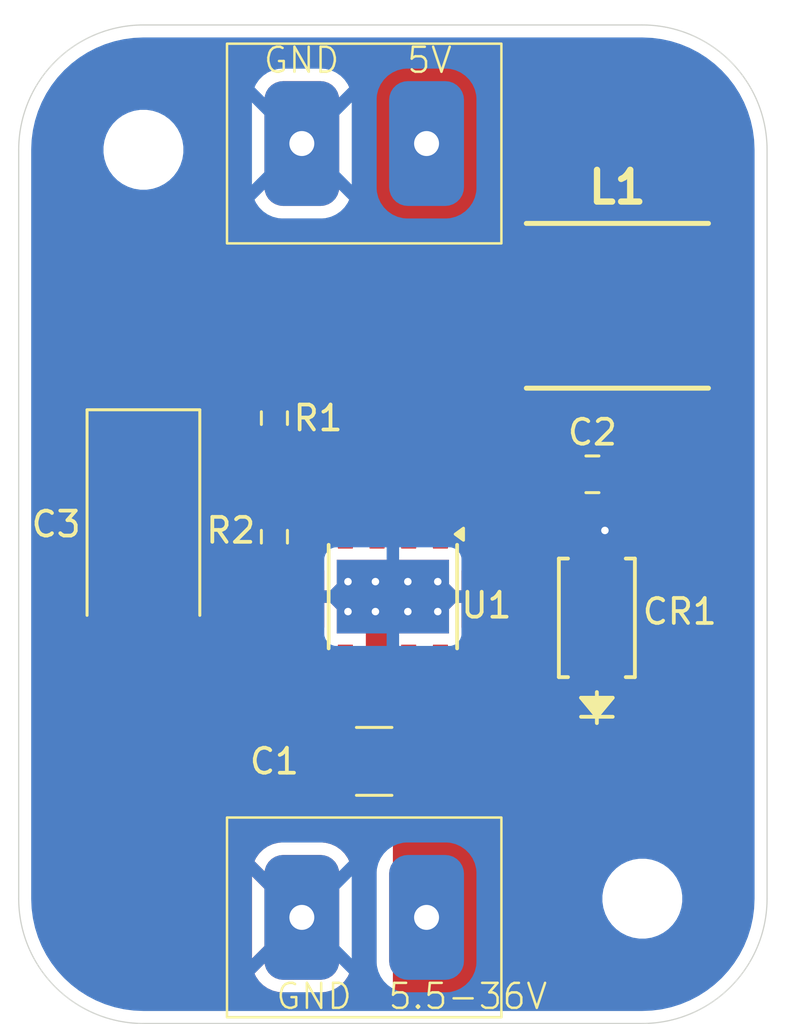
<source format=kicad_pcb>
(kicad_pcb (version 20240108) (generator "pcbnew") (generator_version "8.0")
  (layers (0 "F.Cu" power) (31 "B.Cu" jumper) (34 "B.Paste" user) (35 "F.Paste" user) (36 "B.SilkS" user "B.Silkscreen") (37 "F.SilkS" user "F.Silkscreen") (38 "B.Mask" user) (39 "F.Mask" user) (44 "Edge.Cuts" user))
  (net 0 "")
  (net 1 "+36V")
  (net 2 "GND")
  (net 3 "Net-(U1-PH)")
  (net 4 "Net-(U1-BOOT)")
  (net 5 "/5V_Out")
  (net 6 "Net-(U1-VSENSE)")
  (footprint "Capacitor_SMD:C_1210_3225Metric_Pad1.33x2.70mm_HandSolder" (layer "F.Cu") (at 143.25 105.25 180)
    (property "Reference" "C1" (at 4 0 180) (layer "F.SilkS"))
    (property "Value" "10uF")
    (fp_line (start -0.711252 1.36) (end 0.711252 1.36) (stroke (width 0.12)) (layer "F.SilkS"))
    (fp_line (start -0.711252 -1.36) (end 0.711252 -1.36) (stroke (width 0.12)) (layer "F.SilkS"))
    (pad "1" smd roundrect (at -1.5625 0 180) (size 1.325 2.7) (layers "F.Cu" "F.Paste" "F.Mask") (roundrect_rratio 0.188679) (net 1 "+36V"))
    (pad "2" smd roundrect (at 1.5625 0 180) (size 1.325 2.7) (layers "F.Cu" "F.Paste" "F.Mask") (roundrect_rratio 0.188679) (net 2 "GND"))
  )
  (footprint "Resistor_SMD:R_0603_1608Metric_Pad0.98x0.95mm_HandSolder" (layer "F.Cu") (at 139.25 96.25 -90)
    (property "Reference" "R2" (at -0.25 1.75 180) (layer "F.SilkS"))
    (property "Value" "3.24K")
    (fp_line (start -0.254724 0.5225) (end 0.254724 0.5225) (stroke (width 0.12)) (layer "F.SilkS"))
    (fp_line (start -0.254724 -0.5225) (end 0.254724 -0.5225) (stroke (width 0.12)) (layer "F.SilkS"))
    (pad "1" smd roundrect (at -0.9125 0 270) (size 0.975 0.95) (layers "F.Cu" "F.Paste" "F.Mask") (net 6 "Net-(U1-VSENSE)"))
    (pad "2" smd roundrect (at 0.9125 0 270) (size 0.975 0.95) (layers "F.Cu" "F.Paste" "F.Mask") (net 2 "GND"))
  )
  (footprint "Capacitor_Tantalum_SMD:CP_EIA-7343-40_Kemet-Y_Pad2.25x2.55mm_HandSolder" (layer "F.Cu") (at 134 95.75 -90)
    (property "Reference" "C3" (at 0 3.5 180) (layer "F.SilkS"))
    (property "Value" "220uF")
    (fp_line (start -4.585 2.26) (end 3.65 2.26) (stroke (width 0.12)) (layer "F.SilkS"))
    (fp_line (start -4.585 -2.26) (end -4.585 2.26) (stroke (width 0.12)) (layer "F.SilkS"))
    (fp_line (start 3.65 -2.26) (end -4.585 -2.26) (stroke (width 0.12)) (layer "F.SilkS"))
    (pad "1" smd roundrect (at -3.2 0 270) (size 2.25 2.55) (layers "F.Cu" "F.Paste" "F.Mask") (roundrect_rratio 0.111111) (net 5 "/5V_Out"))
    (pad "2" smd roundrect (at 3.2 0 270) (size 2.25 2.55) (layers "F.Cu" "F.Paste" "F.Mask") (roundrect_rratio 0.111111) (net 2 "GND"))
  )
  (footprint "Package_SO:TI_SO-PowerPAD-8_ThermalVias" (layer "F.Cu") (at 144 98.65 -90)
    (property "Reference" "U1" (at 0.35 -3.75 0) (layer "F.SilkS"))
    (property "Value" "TPS5430DDA")
    (fp_line (start -2.075 2.575) (end 2.075 2.575) (stroke (width 0.15)) (layer "F.SilkS"))
    (fp_line (start -2.075 -2.575) (end 2.075 -2.575) (stroke (width 0.15)) (layer "F.SilkS"))
    (fp_poly (pts (xy -2.5 -2.5) (xy -2.74 -2.83) (xy -2.26 -2.83) (xy -2.5 -2.5)) (stroke (width 0.12)) (fill solid) (layer "F.SilkS"))
    (pad "1" smd rect (at -2.7 -1.905 270) (size 1.55 0.6) (layers "F.Cu" "F.Paste" "F.Mask") (net 4 "Net-(U1-BOOT)"))
    (pad "2" smd rect (at -2.7 -0.635 270) (size 1.55 0.6) (layers "F.Cu" "F.Paste" "F.Mask"))
    (pad "3" smd rect (at -2.7 0.635 270) (size 1.55 0.6) (layers "F.Cu" "F.Paste" "F.Mask"))
    (pad "4" smd rect (at -2.7 1.905 270) (size 1.55 0.6) (layers "F.Cu" "F.Paste" "F.Mask") (net 6 "Net-(U1-VSENSE)"))
    (pad "5" smd rect (at 2.7 1.905 270) (size 1.55 0.6) (layers "F.Cu" "F.Paste" "F.Mask"))
    (pad "6" smd rect (at 2.7 0.635 270) (size 1.55 0.6) (layers "F.Cu" "F.Paste" "F.Mask") (net 2 "GND"))
    (pad "7" smd rect (at 2.7 -0.635 270) (size 1.55 0.6) (layers "F.Cu" "F.Paste" "F.Mask") (net 1 "+36V"))
    (pad "8" smd rect (at 2.7 -1.905 270) (size 1.55 0.6) (layers "F.Cu" "F.Paste" "F.Mask") (net 3 "Net-(U1-PH)"))
    (pad "9" thru_hole circle (at -0.6 -1.8 270) (size 0.6 0.6) (drill 0.3) (layers "*.Cu") (net 2 "GND"))
    (pad "9" thru_hole circle (at -0.6 -0.6 270) (size 0.6 0.6) (drill 0.3) (layers "*.Cu") (net 2 "GND"))
    (pad "9" thru_hole circle (at -0.6 0.7 270) (size 0.6 0.6) (drill 0.3) (layers "*.Cu") (net 2 "GND"))
    (pad "9" thru_hole circle (at -0.6 1.8 270) (size 0.6 0.6) (drill 0.3) (layers "*.Cu") (net 2 "GND"))
    (pad "9" smd rect (at 0 0 270) (size 2.6 3.1) (layers "F.Cu" "F.Paste" "F.Mask") (net 2 "GND"))
    (pad "9" smd rect (at 0 0 270) (size 2.95 4.5) (layers "F.Cu") (net 2 "GND"))
    (pad "9" smd rect (at 0 0 270) (size 2.95 4.5) (layers "B.Cu") (net 2 "GND"))
    (pad "9" thru_hole circle (at 0.6 -1.8 270) (size 0.6 0.6) (drill 0.3) (layers "*.Cu") (net 2 "GND"))
    (pad "9" thru_hole circle (at 0.6 -0.6 270) (size 0.6 0.6) (drill 0.3) (layers "*.Cu") (net 2 "GND"))
    (pad "9" thru_hole circle (at 0.6 0.7 270) (size 0.6 0.6) (drill 0.3) (layers "*.Cu") (net 2 "GND"))
    (pad "9" thru_hole circle (at 0.6 1.8 270) (size 0.6 0.6) (drill 0.3) (layers "*.Cu") (net 2 "GND"))
  )
  (footprint "SRP7028CC-150M:INDPM7366X300N" (layer "F.Cu") (at 153 87 180)
    (property "Reference" "L1" (at 0 4.75 360) (layer "F.SilkS") (effects (font (size 1.27 1.27) (thickness 0.254))))
    (property "Value" "SRP7028CC-150M" (hide yes))
    (fp_line (start 3.65 -3.3) (end -3.65 -3.3) (stroke (width 0.2)) (layer "F.SilkS"))
    (fp_line (start -3.65 3.3) (end 3.65 3.3) (stroke (width 0.2)) (layer "F.SilkS"))
    (pad "1" smd rect (at -2.85 0 180) (size 2.85 3.2) (layers "F.Cu" "F.Paste" "F.Mask") (net 3 "Net-(U1-PH)"))
    (pad "2" smd rect (at 2.85 0 180) (size 2.85 3.2) (layers "F.Cu" "F.Paste" "F.Mask") (net 5 "/5V_Out"))
  )
  (footprint "B340A:CR_0A-E3&slash_5AT_VIS" (layer "F.Cu") (at 152.1778 99.5 90)
    (property "Reference" "CR1" (at 0.25 3.3222 0) (layer "F.SilkS"))
    (property "Value" "B340A-E3/5AT")
    (fp_line (start 2.3749 -1.524) (end -2.3749 -1.524) (stroke (width 0.1524)) (layer "F.SilkS"))
    (fp_line (start -2.3749 -1.524) (end -2.3749 -1.15824) (stroke (width 0.1524)) (layer "F.SilkS"))
    (fp_line (start 2.3749 -1.15824) (end 2.3749 -1.524) (stroke (width 0.1524)) (layer "F.SilkS"))
    (fp_line (start -3.200799 -0.635) (end -3.200799 0.635) (stroke (width 0.1524)) (layer "F.SilkS"))
    (fp_line (start -3.962799 -0.635) (end -3.962799 0.635) (stroke (width 0.1524)) (layer "F.SilkS"))
    (fp_line (start -2.97474 0) (end -4.216799 0) (stroke (width 0.1524)) (layer "F.SilkS"))
    (fp_line (start -3.962799 0) (end -3.200799 -0.635) (stroke (width 0.1524)) (layer "F.SilkS"))
    (fp_line (start -3.962799 0) (end -3.200799 -0.508) (stroke (width 0.1524)) (layer "F.SilkS"))
    (fp_line (start -3.962799 0) (end -3.200799 -0.381) (stroke (width 0.1524)) (layer "F.SilkS"))
    (fp_line (start -3.962799 0) (end -3.200799 -0.254) (stroke (width 0.1524)) (layer "F.SilkS"))
    (fp_line (start -3.962799 0) (end -3.200799 -0.127) (stroke (width 0.1524)) (layer "F.SilkS"))
    (fp_line (start -3.962799 0) (end -3.200799 0.127) (stroke (width 0.1524)) (layer "F.SilkS"))
    (fp_line (start -3.962799 0) (end -3.200799 0.254) (stroke (width 0.1524)) (layer "F.SilkS"))
    (fp_line (start -3.962799 0) (end -3.200799 0.381) (stroke (width 0.1524)) (layer "F.SilkS"))
    (fp_line (start -3.962799 0) (end -3.200799 0.508) (stroke (width 0.1524)) (layer "F.SilkS"))
    (fp_line (start -3.962799 0) (end -3.200799 0.635) (stroke (width 0.1524)) (layer "F.SilkS"))
    (fp_line (start -2.3749 1.15824) (end -2.3749 1.524) (stroke (width 0.1524)) (layer "F.SilkS"))
    (fp_line (start 2.3749 1.524) (end 2.3749 1.15824) (stroke (width 0.1524)) (layer "F.SilkS"))
    (fp_line (start -2.3749 1.524) (end 2.3749 1.524) (stroke (width 0.1524)) (layer "F.SilkS"))
    (pad "1" smd rect (at -1.88 0 90) (size 1.524 1.651) (layers "F.Cu" "F.Paste" "F.Mask") (net 3 "Net-(U1-PH)"))
    (pad "2" smd rect (at 1.88 0 90) (size 1.524 1.651) (layers "F.Cu" "F.Paste" "F.Mask") (net 2 "GND"))
    (zone (net 0) (net_name "") (layer "F.Cu") (connect_pads (clearance 0)) (min_thickness 0.254)
      (keepout (tracks not_allowed) (vias not_allowed) (pads allowed) (copperpour not_allowed) (footprints allowed))
      (fill (thermal_gap 0.508) (thermal_bridge_width 0.508))
      (polygon (pts (xy 150.8316 101.6971) (xy 150.8316 97.3029) (xy 151.3015 97.3029) (xy 151.3015 101.6971)))
    )
    (zone (net 0) (net_name "") (layer "F.Cu") (connect_pads (clearance 0)) (min_thickness 0.254)
      (keepout (tracks not_allowed) (vias not_allowed) (pads allowed) (copperpour not_allowed) (footprints allowed))
      (fill (thermal_gap 0.508) (thermal_bridge_width 0.508))
      (polygon (pts (xy 151.3015 100.8212) (xy 151.3015 98.1788) (xy 153.0541 98.1788) (xy 153.0541 100.8212)))
    )
    (zone (net 0) (net_name "") (layer "F.Cu") (connect_pads (clearance 0)) (min_thickness 0.254)
      (keepout (tracks not_allowed) (vias not_allowed) (pads allowed) (copperpour not_allowed) (footprints allowed))
      (fill (thermal_gap 0.508) (thermal_bridge_width 0.508))
      (polygon (pts (xy 153.0541 101.6971) (xy 153.0541 97.3029) (xy 153.524 97.3029) (xy 153.524 101.6971)))
    )
  )
  (footprint "MountingHole:MountingHole_2.7mm_M2.5" (layer "F.Cu") (at 154 110.75)
    (property "Reference" "H2" (hide yes))
    (property "Value" "Hole")
    (pad "" np_thru_hole circle (at 0 0) (size 2.7 2.7) (drill 2.7) (layers "*.Cu" "*.Mask"))
  )
  (footprint "Capacitor_SMD:C_0805_2012Metric_Pad1.18x1.45mm_HandSolder" (layer "F.Cu") (at 152 93.75)
    (property "Reference" "C2" (at 0 -1.68 0) (layer "F.SilkS"))
    (property "Value" "0.01uF")
    (fp_line (start -0.261252 -0.735) (end 0.261252 -0.735) (stroke (width 0.12)) (layer "F.SilkS"))
    (fp_line (start -0.261252 0.735) (end 0.261252 0.735) (stroke (width 0.12)) (layer "F.SilkS"))
    (pad "1" smd roundrect (at -1.0375 0) (size 1.175 1.45) (layers "F.Cu" "F.Paste" "F.Mask") (roundrect_rratio 0.212766) (net 4 "Net-(U1-BOOT)"))
    (pad "2" smd roundrect (at 1.0375 0) (size 1.175 1.45) (layers "F.Cu" "F.Paste" "F.Mask") (roundrect_rratio 0.212766) (net 3 "Net-(U1-PH)"))
  )
  (footprint "2_pin_C:2-p-connector" (layer "F.Cu") (at 136.35 80.5 -90)
    (property "Reference" "U2" (hide yes))
    (property "Value" "Output")
    (fp_rect (start -4 -12) (end 4 -1) (stroke (width 0.1)) (fill none) (layer "F.SilkS"))
    (pad "1" thru_hole roundrect (at 0 -9 270) (size 5 3) (drill 1) (layers "*.Cu" "*.Mask") (net 5 "/5V_Out"))
    (pad "2" thru_hole roundrect (at 0 -4 270) (size 5 3) (drill 1) (layers "*.Cu" "*.Mask") (net 2 "GND"))
  )
  (footprint "Resistor_SMD:R_0603_1608Metric_Pad0.98x0.95mm_HandSolder" (layer "F.Cu") (at 139.25 91.5 -90)
    (property "Reference" "R1" (at 0 -1.75 360) (layer "F.SilkS"))
    (property "Value" "10K")
    (fp_line (start -0.254724 0.5225) (end 0.254724 0.5225) (stroke (width 0.12)) (layer "F.SilkS"))
    (fp_line (start -0.254724 -0.5225) (end 0.254724 -0.5225) (stroke (width 0.12)) (layer "F.SilkS"))
    (pad "1" smd roundrect (at -0.9125 0 270) (size 0.975 0.95) (layers "F.Cu" "F.Paste" "F.Mask") (net 5 "/5V_Out"))
    (pad "2" smd roundrect (at 0.9125 0 270) (size 0.975 0.95) (layers "F.Cu" "F.Paste" "F.Mask") (net 6 "Net-(U1-VSENSE)"))
  )
  (footprint "2_pin_C:2-p-connector" (layer "F.Cu") (at 136.35 111.5 -90)
    (property "Reference" "U3" (hide yes))
    (property "Value" "Input")
    (fp_rect (start -4 -12) (end 4 -1) (stroke (width 0.1)) (fill none) (layer "F.SilkS"))
    (pad "1" thru_hole roundrect (at 0 -9 270) (size 5 3) (drill 1) (layers "*.Cu" "*.Mask") (net 1 "+36V"))
    (pad "2" thru_hole roundrect (at 0 -4 270) (size 5 3) (drill 1) (layers "*.Cu" "*.Mask") (net 2 "GND"))
  )
  (footprint "MountingHole:MountingHole_2.7mm_M2.5" (layer "F.Cu") (at 134 80.75)
    (property "Reference" "H1" (hide yes))
    (property "Value" "Hole")
    (pad "" np_thru_hole circle (at 0 0) (size 2.7 2.7) (drill 2.7) (layers "*.Cu" "*.Mask"))
  )
  (gr_arc (start 154 75.75) (mid 157.535534 77.214466) (end 159 80.75) (stroke (width 0.05)) (layer "Edge.Cuts"))
  (gr_arc (start 129 80.75) (mid 130.464466 77.214466) (end 134 75.75) (stroke (width 0.05)) (layer "Edge.Cuts"))
  (gr_line (start 154 75.75) (end 134 75.75) (stroke (width 0.05)) (layer "Edge.Cuts"))
  (gr_line (start 134 115.75) (end 154 115.75) (stroke (width 0.05)) (layer "Edge.Cuts"))
  (gr_arc (start 159 110.75) (mid 157.535534 114.285534) (end 154 115.75) (stroke (width 0.05)) (layer "Edge.Cuts"))
  (gr_line (start 159 110.75) (end 159 80.75) (stroke (width 0.05)) (layer "Edge.Cuts"))
  (gr_line (start 129 110.75) (end 129 80.75) (stroke (width 0.05)) (layer "Edge.Cuts"))
  (gr_arc (start 134 115.75) (mid 130.464466 114.285534) (end 129 110.75) (stroke (width 0.05)) (layer "Edge.Cuts"))
  (gr_text "GND" (at 139.25 115.25 0) (layer "F.SilkS") (effects (font (size 1 1) (thickness 0.1)) (justify left bottom)))
  (gr_text "5V" (at 144.5 77.75 0) (layer "F.SilkS") (effects (font (size 1 1) (thickness 0.1)) (justify left bottom)))
  (gr_text "GND" (at 138.75 77.75 0) (layer "F.SilkS") (effects (font (size 1 1) (thickness 0.1)) (justify left bottom)))
  (gr_text "5.5-36V" (at 143.75 115.25 0) (layer "F.SilkS") (effects (font (size 1 1) (thickness 0.1)) (justify left bottom)))
  (segment (start 139.25 97.1625) (end 139.25 98.25) (width 0.9) (layer "F.Cu") (net 2))
  (segment (start 152.5 97.62) (end 152.5 96) (width 0.9) (layer "F.Cu") (net 2))
  (segment (start 143.365 99.315) (end 143.3 99.25) (width 0.9) (layer "F.Cu") (net 2))
  (segment (start 143.365 101.35) (end 143.365 99.315) (width 0.9) (layer "F.Cu") (net 2))
  (via (at 152.5 96) (size 0.6) (drill 0.3) (layers "F.Cu" "B.Cu") (net 2))
  (segment (start 153.0375 93.75) (end 154.75 93.75) (width 0.9) (layer "F.Cu") (net 3))
  (segment (start 145.905 94.345) (end 145.905 95.95) (width 0.9) (layer "F.Cu") (net 4))
  (segment (start 150.9625 93.75) (end 146.5 93.75) (width 0.9) (layer "F.Cu") (net 4))
  (segment (start 146.5 93.75) (end 145.905 94.345) (width 0.9) (layer "F.Cu") (net 4))
  (segment (start 139.25 95.3375) (end 140.5875 95.3375) (width 0.5) (layer "F.Cu") (net 6))
  (segment (start 140.5875 95.3375) (end 141.2 95.95) (width 0.5) (layer "F.Cu") (net 6))
  (segment (start 139.25 92.4125) (end 139.25 95.3375) (width 0.5) (layer "F.Cu") (net 6))
  (segment (start 141.2 95.95) (end 142.095 95.95) (width 0.5) (layer "F.Cu") (net 6))
  (zone (net 1) (net_name "+36V") (layer "F.Cu") (priority 1) (connect_pads yes (clearance 0.5)) (min_thickness 0.25) (fill yes (thermal_gap 0.5) (thermal_bridge_width 0.5))
    (polygon (pts (xy 144 114.75) (xy 149.5 114.75) (xy 149.5 103.75) (xy 145 103.75) (xy 145 101.75) (xy 144 101.75) (xy 144 103.75) (xy 144 103.75)))
  )
  (zone (net 2) (net_name "GND") (layer "F.Cu") (priority 4) (connect_pads (clearance 0.5)) (min_thickness 0.25) (fill yes (thermal_gap 0.5) (thermal_bridge_width 0.5) (island_removal_mode 2) (island_area_min 10))
    (polygon (pts (xy 132.25 114.75) (xy 132.25 97.5) (xy 149 97.5) (xy 149 100) (xy 139.25 100) (xy 139.25 103.75) (xy 142.5 103.75) (xy 142.5 114.75)))
  )
  (zone (net 5) (net_name "/5V_Out") (layer "F.Cu") (priority 3) (connect_pads yes (clearance 0.5)) (min_thickness 0.25) (fill yes (thermal_gap 0.5) (thermal_bridge_width 0.5) (island_removal_mode 1) (island_area_min 10))
    (polygon (pts (xy 141 86) (xy 142.5 86) (xy 142.5 76.5) (xy 148.25 76.5) (xy 148.25 76.5) (xy 152.25 76.5) (xy 152.25 91.25) (xy 137.25 91.25) (xy 137.25 94) (xy 130.75 94) (xy 130.75 86)))
  )
  (zone (net 3) (net_name "Net-(U1-PH)") (layer "F.Cu") (priority 2) (connect_pads yes (clearance 0.5)) (min_thickness 0.25) (fill yes (thermal_gap 0.5) (thermal_bridge_width 0.5) (island_removal_mode 1) (island_area_min 10))
    (polygon (pts (xy 154.25 83.5) (xy 154.25 83.5) (xy 157.5 83.5) (xy 157.5 102.5) (xy 145.5 102.5) (xy 145.5 101.25) (xy 150 101.25) (xy 150 101.25) (xy 154.25 101.25) (xy 154.25 83.5)))
  )
  (zone (net 2) (net_name "GND") (layer "B.Cu") (connect_pads (clearance 0.5)) (min_thickness 0.25) (fill yes (thermal_gap 0.5) (thermal_bridge_width 0.5) (island_removal_mode 2) (island_area_min 10))
    (polygon (pts (xy 128.5 74.75) (xy 159.5 75) (xy 160 115.75) (xy 128.25 115.75) (xy 128.5 74.75) (xy 128.5 74.75)))
  )
)
</source>
